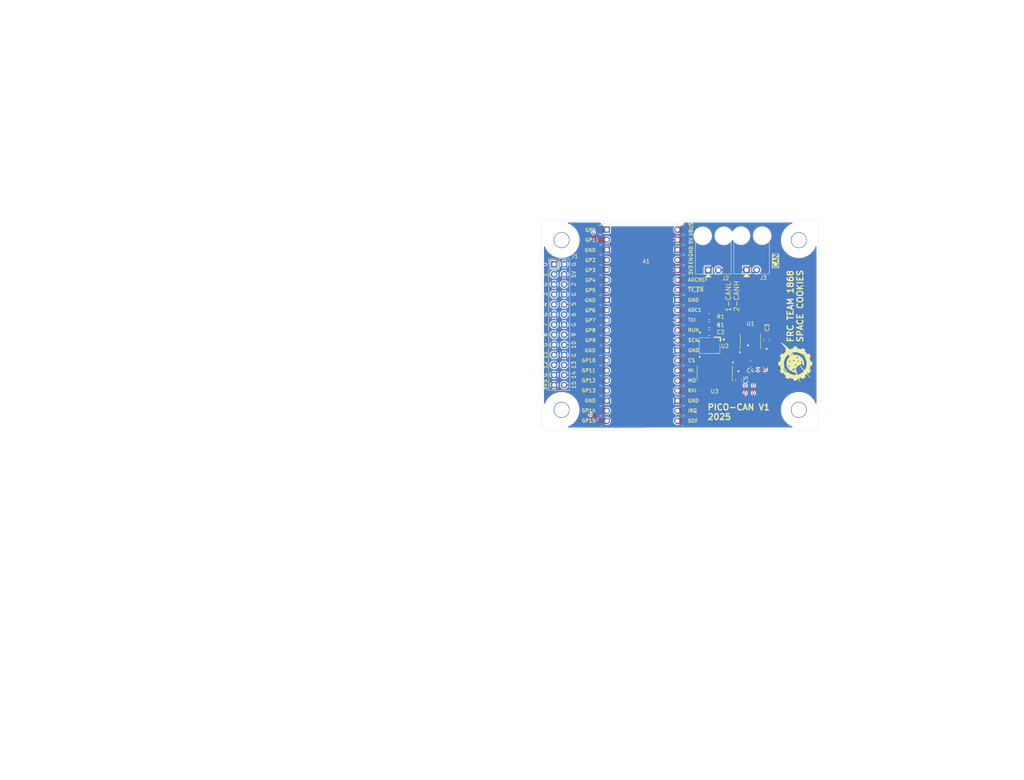
<source format=kicad_pcb>
(kicad_pcb (version 20241229) (generator "pcbnew") (generator_version "9.0")
  (title_block (title "Pico CAN-FD Adapter") (date "2025-06-07") (rev "1.0") (company "1868 SPACE COOKIES"))
  (layers (0 "F.Cu" signal) (2 "B.Cu" signal) (13 "F.Paste" user) (15 "B.Paste" user) (5 "F.SilkS" user "F.Silkscreen") (7 "B.SilkS" user "B.Silkscreen") (1 "F.Mask" user) (3 "B.Mask" user) (25 "Edge.Cuts" user))
  (net 0 "")
  (net 1 "/SPI0_SCK")
  (net 2 "Net-(A1-RUN)")
  (net 3 "GND")
  (net 4 "/~{CAN_TX_IRQ}")
  (net 5 "/GPIO2")
  (net 6 "/GPIO8")
  (net 7 "/GPIO1")
  (net 8 "/GPIO14")
  (net 9 "/GPIO6")
  (net 11 "/GPIO10")
  (net 12 "/GPIO11")
  (net 13 "/GPIO7")
  (net 14 "/GPIO3")
  (net 15 "/GPIO4")
  (net 16 "/XCVR_STBY")
  (net 17 "/SPI0_MISO")
  (net 18 "/GPIO9")
  (net 19 "/GPIO5")
  (net 21 "/START_OF_FRAME")
  (net 22 "+3V3")
  (net 23 "/GPIO0")
  (net 24 "/~{SPI0_CS}")
  (net 25 "+5V")
  (net 26 "/SPI0_MOSI")
  (net 29 "/~{CAN_IRQ}")
  (net 30 "/~{CAN_RX_IRQ}")
  (net 31 "/CAN_L")
  (net 32 "/CAN_H")
  (net 33 "/CANTX")
  (net 34 "/CANRX")
  (net 36 "/GPIO13")
  (net 37 "/GPIO12")
  (net 38 "/GPIO15")
  (net 39 "Net-(U2-OUT)")
  (footprint "Capacitor_SMD:C_0805_2012Metric_Pad1.18x1.45mm_HandSolder" (layer "F.Cu") (at 210.3042 131.445 180)
    (property "Reference" "C2")
    (property "Value" "0.1uF-25V-10%-0805")
  )
  (footprint "Pico-CAN:ECS-5032MV" (layer "F.Cu") (at 210.4152 134.6946 180)
    (property "Reference" "U2")
    (property "Value" "4.0 MHz")
  )
  (footprint "MountingHole:MountingHole_3.7mm" (layer "F.Cu") (at 232.92 150.92)
    (property "Reference" "H4" (hide yes))
    (property "Value" "MountingHole")
  )
  (footprint "Pico-CAN:70555-0001" (layer "F.Cu") (at 221 115.5935 90)
    (property "Reference" "J3")
    (property "Value" "CAN1")
  )
  (footprint "MountingHole:MountingHole_3.7mm" (layer "F.Cu") (at 173.08 150.92)
    (property "Reference" "H3" (hide yes))
    (property "Value" "MountingHole")
  )
  (footprint "MountingHole:MountingHole_3.7mm" (layer "F.Cu") (at 232.92 108.08)
    (property "Reference" "H2" (hide yes))
    (property "Value" "MountingHole")
  )
  (footprint "Pico-CAN:SpaceCookiesLogo-10mm" (layer "F.Cu") (at 232.029 138.938 90)
    (property "Reference" "G***" (hide yes))
    (property "Value" "LOGO" (hide yes))
  )
  (footprint "Capacitor_SMD:C_0805_2012Metric_Pad1.18x1.45mm_HandSolder" (layer "F.Cu") (at 224.79 133.223 -90)
    (property "Reference" "C3")
    (property "Value" "0.1uF-25V-10%-0805")
  )
  (footprint "Resistor_SMD:R_0805_2012Metric_Pad1.20x1.40mm_HandSolder" (layer "F.Cu") (at 210.3042 127.381 180)
    (property "Reference" "R1")
    (property "Value" "1.50k-1%-0805")
  )
  (footprint "Package_SO:SO-14_3.9x8.65mm_P1.27mm" (layer "F.Cu") (at 211.6975 141.69 -90)
    (property "Reference" "U3")
    (property "Value" "MCP2518FDT-H/SL")
  )
  (footprint "MountingHole:MountingHole_3.7mm" (layer "F.Cu") (at 173.08 108.08)
    (property "Reference" "H1" (hide yes))
    (property "Value" "MountingHole")
  )
  (footprint "Capacitor_SMD:C_0805_2012Metric_Pad1.18x1.45mm_HandSolder" (layer "F.Cu") (at 220.726 139.3698 180)
    (property "Reference" "C4")
    (property "Value" "0.1uF-25V-10%-0805")
  )
  (footprint "Pico-CAN:70555-0001" (layer "F.Cu") (at 211.33 115.64 90)
    (property "Reference" "J2")
    (property "Value" "CAN1")
  )
  (footprint "Package_SO:SO-8_3.9x4.9mm_P1.27mm" (layer "F.Cu") (at 220.6975 133.69 90)
    (property "Reference" "U1")
    (property "Value" "MCP2558FD")
  )
  (footprint "Capacitor_SMD:C_0805_2012Metric_Pad1.18x1.45mm_HandSolder" (layer "F.Cu") (at 217.7034 143.4338 90)
    (property "Reference" "C5")
    (property "Value" "0.1uF-25V-10%-0805")
  )
  (footprint "Capacitor_SMD:C_0805_2012Metric_Pad1.18x1.45mm_HandSolder" (layer "F.Cu") (at 210.3042 129.413)
    (property "Reference" "C1")
    (property "Value" "0.1uF-25V-10%-0805")
  )
  (footprint "Module:RaspberryPi_Pico_Common_Unspecified" (layer "F.Cu") (at 193.39 129.57)
    (property "Reference" "A1")
    (property "Value" "RaspberryPi_Pico2")
  )
  (footprint "Connector_PinHeader_2.54mm:PinHeader_2x13_P2.54mm_Vertical" (layer "F.Cu") (at 171.196 114.173)
    (property "Reference" "J1")
    (property "Value" "Expansion")
  )
  (gr_poly (pts (xy 213.5632 133.1468) (xy 214.1728 132.8928) (xy 214.1728 133.4008)) (stroke (width 0.1)) (fill yes) (layer "F.SilkS"))
  (gr_line (start 183.219252 103.191306) (end 183.785348 103.770894) (stroke (width 0.05)) (layer "Edge.Cuts"))
  (gr_line (start 203.131987 103.776213) (end 203.722213 103.185987) (stroke (width 0.05)) (layer "Edge.Cuts"))
  (gr_arc (start 169.27 156) (mid 168.371974 155.628026) (end 168 154.73) (stroke (width 0.05)) (layer "Edge.Cuts"))
  (gr_line (start 169.27 103) (end 182.764983 103) (stroke (width 0.05)) (layer "Edge.Cuts"))
  (gr_line (start 169.27 156) (end 236.73 156) (stroke (width 0.05)) (layer "Edge.Cuts"))
  (gr_arc (start 236.73 103) (mid 237.628026 103.371974) (end 238 104.27) (stroke (width 0.05)) (layer "Edge.Cuts"))
  (gr_line (start 168 104.27) (end 168 154.73) (stroke (width 0.05)) (layer "Edge.Cuts"))
  (gr_arc (start 168 104.27) (mid 168.371974 103.371974) (end 169.27 103) (stroke (width 0.05)) (layer "Edge.Cuts"))
  (gr_line (start 238 104.27) (end 238 154.73) (stroke (width 0.05)) (layer "Edge.Cuts"))
  (gr_arc (start 203.722213 103.185987) (mid 203.928222 103.048336) (end 204.171226 103) (stroke (width 0.05)) (layer "Edge.Cuts"))
  (gr_line (start 184.239617 103.9622) (end 202.682974 103.9622) (stroke (width 0.05)) (layer "Edge.Cuts"))
  (gr_arc (start 238 154.73) (mid 237.628026 155.628026) (end 236.73 156) (stroke (width 0.05)) (layer "Edge.Cuts"))
  (gr_arc (start 182.764983 103) (mid 183.011441 103.049772) (end 183.219252 103.191306) (stroke (width 0.05)) (layer "Edge.Cuts"))
  (gr_line (start 204.171226 103) (end 236.73 103) (stroke (width 0.05)) (layer "Edge.Cuts"))
  (gr_arc (start 184.239617 103.9622) (mid 183.993159 103.912428) (end 183.785348 103.770894) (stroke (width 0.05)) (layer "Edge.Cuts"))
  (gr_arc (start 203.131987 103.776213) (mid 202.925978 103.913864) (end 202.682974 103.9622) (stroke (width 0.05)) (layer "Edge.Cuts"))
  (gr_text "GND" (at 205.6892 110.9472 90) (layer "F.SilkS") (effects (font (size 0.889 0.889) (thickness 0.15875))))
  (gr_text "CS" (at 205.862767 138.431954 0) (layer "F.SilkS") (effects (font (size 0.889 0.889) (thickness 0.15875))))
  (gr_text "TXI" (at 204.845709 128.256323 0) (layer "F.SilkS") (effects (font (size 0.889 0.889) (thickness 0.15875)) (justify left)))
  (gr_text "EN" (at 205.6892 113.3094 90) (layer "F.SilkS") (effects (font (size 0.889 0.889) (thickness 0.15875))))
  (gr_text "5V" (at 176.149 116.713 90) (layer "F.SilkS") (effects (font (size 1.016 1.016) (thickness 0.15875))))
  (gr_text "GP2" (at 181.745467 113.132937 0) (layer "F.SilkS") (effects (font (size 0.889 0.889) (thickness 0.15875)) (justify right)))
  (gr_text "8" (at 168.9608 131.953 90) (layer "F.SilkS") (effects (font (size 1.016 1.016) (thickness 0.15875))))
  (gr_text "SCK" (at 206.307267 133.344138 0) (layer "F.SilkS") (effects (font (size 0.889 0.889) (thickness 0.15875))))
  (gr_text "MI" (at 205.7146 140.975862 0) (layer "F.SilkS") (effects (font (size 0.889 0.889) (thickness 0.15875))))
  (gr_text "GP9" (at 181.745467 133.388768 0) (layer "F.SilkS") (effects (font (size 0.889 0.889) (thickness 0.15875)) (justify right)))
  (gr_text "GP0" (at 181.745467 105.537 0) (layer "F.SilkS") (effects (font (size 0.889 0.889) (thickness 0.15875)) (justify right)))
  (gr_text "MO" (at 205.9686 143.519769 0) (layer "F.SilkS") (effects (font (size 0.889 0.889) (thickness 0.15875))))
  (gr_text "FRC TEAM 1868\nSPACE COOKIES" (at 234.127671 133.985 90) (layer "F.SilkS") (effects (font (size 1.524 1.524) (thickness 0.3048) (bold yes)) (justify left bottom)))
  (gr_text "~{TX_EN}" (at 204.845709 120.6246 0) (layer "F.SilkS") (effects (font (size 0.889 0.889) (thickness 0.15875)) (justify left)))
  (gr_text "G" (at 176.149 137.16 90) (layer "F.SilkS") (effects (font (size 1.016 1.016) (thickness 0.15875))))
  (gr_text "GP6" (at 181.745467 125.792832 0) (layer "F.SilkS") (effects (font (size 0.889 0.889) (thickness 0.15875)) (justify right)))
  (gr_text "12" (at 168.9608 139.573 90) (layer "F.SilkS") (effects (font (size 1.016 1.016) (thickness 0.15875))))
  (gr_text "4" (at 168.9608 124.333 90) (layer "F.SilkS") (effects (font (size 1.016 1.016) (thickness 0.15875))))
  (gr_text "G" (at 168.9608 126.873 90) (layer "F.SilkS") (effects (font (size 1.016 1.016) (thickness 0.15875))))
  (gr_text "GP15" (at 181.745467 153.6446 0) (layer "F.SilkS") (effects (font (size 0.889 0.889) (thickness 0.15875)) (justify right)))
  (gr_text "GP1" (at 181.745467 108.068979 0) (layer "F.SilkS") (effects (font (size 0.889 0.889) (thickness 0.15875)) (justify right)))
  (gr_text "3V3" (at 168.9608 144.653 90) (layer "F.SilkS") (effects (font (size 1.016 1.016) (thickness 0.15875))))
  (gr_text "GND" (at 181.745467 123.260853 0) (layer "F.SilkS") (effects (font (size 0.889 0.889) (thickness 0.15875)) (justify right)))
  (gr_text "2" (at 176.149 119.253 90) (layer "F.SilkS") (effects (font (size 1.016 1.016) (thickness 0.15875))))
  (gr_text "G" (at 176.149 114.173 90) (layer "F.SilkS") (effects (font (size 1.016 1.016) (thickness 0.15875))))
  (gr_text "GP7" (at 181.745467 128.324811 0) (layer "F.SilkS") (effects (font (size 0.889 0.889) (thickness 0.15875)) (justify right)))
  (gr_text "GP11" (at 181.745467 140.984705 0) (layer "F.SilkS") (effects (font (size 0.889 0.889) (thickness 0.15875)) (justify right)))
  (gr_text "GP14" (at 181.745467 151.112621 0) (layer "F.SilkS") (effects (font (size 0.889 0.889) (thickness 0.15875)) (justify right)))
  (gr_text "G" (at 168.9608 134.493 90) (layer "F.SilkS") (effects (font (size 1.016 1.016) (thickness 0.15875))))
  (gr_text "13" (at 176.149 139.573 90) (layer "F.SilkS") (effects (font (size 1.016 1.016) (thickness 0.15875))))
  (gr_text "3V3" (at 205.6892 115.6716 90) (layer "F.SilkS") (effects (font (size 0.889 0.889) (thickness 0.15875))))
  (gr_text "11" (at 168.9608 137.033 90) (layer "F.SilkS") (effects (font (size 1.016 1.016) (thickness 0.15875))))
  (gr_text "G" (at 168.9608 142.113 90) (layer "F.SilkS") (effects (font (size 1.016 1.016) (thickness 0.15875))))
  (gr_text "GND" (at 204.845709 148.607585 0) (layer "F.SilkS") (effects (font (size 0.889 0.889) (thickness 0.15875)) (justify left)))
  (gr_text "GND" (at 206.3496 135.888046 0) (layer "F.SilkS") (effects (font (size 0.889 0.889) (thickness 0.15875))))
  (gr_text "5V" (at 205.6892 108.2548 90) (layer "F.SilkS") (effects (font (size 0.889 0.889) (thickness 0.15875))))
  (gr_text "7" (at 168.9608 129.413 90) (layer "F.SilkS") (effects (font (size 1.016 1.016) (thickness 0.15875))))
  (gr_text "ADCREF" (at 204.845709 118.11 0) (layer "F.SilkS") (effects (font (size 0.889 0.889) (thickness 0.15875)) (justify left)))
  (gr_text "RUN" (at 204.845709 130.800231 0) (layer "F.SilkS") (effects (font (size 0.889 0.889) (thickness 0.15875)) (justify left)))
  (gr_text "GP10" (at 181.745467 138.452726 0) (layer "F.SilkS") (effects (font (size 0.889 0.889) (thickness 0.15875)) (justify right)))
  (gr_text "RXI" (at 204.845709 146.063677 0) (layer "F.SilkS") (effects (font (size 0.889 0.889) (thickness 0.15875)) (justify left)))
  (gr_text "3" (at 168.9608 121.7676 90) (layer "F.SilkS") (effects (font (size 1.016 1.016) (thickness 0.15875))))
  (gr_text "SOF" (at 204.845709 153.6954 0) (layer "F.SilkS") (effects (font (size 0.889 0.889) (thickness 0.15875)) (justify left)))
  (gr_text "IRQ" (at 204.845709 151.151492 0) (layer "F.SilkS") (effects (font (size 0.889 0.889) (thickness 0.15875)) (justify left)))
  (gr_text "G" (at 176.148999 121.793 90) (layer "F.SilkS") (effects (font (size 1.016 1.016) (thickness 0.15875))))
  (gr_text "VBUS" (at 205.6892 105.2576 90) (layer "F.SilkS") (effects (font (size 0.889 0.889) (thickness 0.15875))))
  (gr_text "GND" (at 204.845709 123.168508 0) (layer "F.SilkS") (effects (font (size 0.889 0.889) (thickness 0.15875)) (justify left)))
  (gr_text "14" (at 176.149 142.113 90) (layer "F.SilkS") (effects (font (size 1.016 1.016) (thickness 0.15875))))
  (gr_text "GP5" (at 181.745467 120.728874 0) (layer "F.SilkS") (effects (font (size 0.889 0.889) (thickness 0.15875)) (justify right)))
  (gr_text "9" (at 176.149 131.953 90) (layer "F.SilkS") (effects (font (size 1.016 1.016) (thickness 0.15875))))
  (gr_text "0" (at 168.9608 114.2238 90) (layer "F.SilkS") (effects (font (size 1.016 1.016) (thickness 0.15875))))
  (gr_text "GND" (at 181.745467 148.580642 0) (layer "F.SilkS") (effects (font (size 0.889 0.889) (thickness 0.15875)) (justify right)))
  (gr_text "GND" (at 181.745467 110.600958 0) (layer "F.SilkS") (effects (font (size 0.889 0.889) (thickness 0.15875)) (justify right)))
  (gr_text "1" (at 168.9608 116.7892 90) (layer "F.SilkS") (effects (font (size 1.016 1.016) (thickness 0.15875))))
  (gr_text "GND" (at 181.745467 135.920747 0) (layer "F.SilkS") (effects (font (size 0.889 0.889) (thickness 0.15875)) (justify right)))
  (gr_text "GP8" (at 181.745467 130.856789 0) (layer "F.SilkS") (effects (font (size 0.889 0.889) (thickness 0.15875)) (justify right)))
  (gr_text "GP3" (at 181.745467 115.664916 0) (layer "F.SilkS") (effects (font (size 0.889 0.889) (thickness 0.15875)) (justify right)))
  (gr_text "ADC1" (at 204.845709 125.712415 0) (layer "F.SilkS") (effects (font (size 0.889 0.889) (thickness 0.15875)) (justify left)))
  (gr_text "15" (at 176.149 144.653 90) (layer "F.SilkS") (effects (font (size 1.016 1.016) (thickness 0.15875))))
  (gr_text "5" (at 176.149 124.206 90) (layer "F.SilkS") (effects (font (size 1.016 1.016) (thickness 0.15875))))
  (gr_text "G" (at 176.149 129.413 90) (layer "F.SilkS") (effects (font (size 1.016 1.016) (thickness 0.15875))))
  (gr_text "GP4" (at 181.745467 118.196895 0) (layer "F.SilkS") (effects (font (size 0.889 0.889) (thickness 0.15875)) (justify right)))
  (gr_text "PICO-CAN V1\n2025" (at 209.7532 153.5938 0) (layer "F.SilkS") (effects (font (size 1.524 1.524) (thickness 0.3048) (bold yes)) (justify left bottom)))
  (gr_text "GP13" (at 181.745467 146.048663 0) (layer "F.SilkS") (effects (font (size 0.889 0.889) (thickness 0.15875)) (justify right)))
  (gr_text "GP12" (at 181.745467 143.516684 0) (layer "F.SilkS") (effects (font (size 0.889 0.889) (thickness 0.15875)) (justify right)))
  (gr_text "1-CANL\n2-CANH" (at 217.932 126.238 90) (layer "F.SilkS") (effects (font (size 1.27 1.27) (thickness 0.15875)) (justify left bottom)))
  (gr_text "10" (at 176.149 134.493 90) (layer "F.SilkS") (effects (font (size 1.016 1.016) (thickness 0.15875))))
  (gr_text "CAN" (at 227.838 115.2652 90) (layer "F.SilkS" knockout) (effects (font (size 1.27 1.27) (thickness 0.254) (bold yes)) (justify left bottom)))
  (gr_text "6" (at 176.149 126.873 90) (layer "F.SilkS") (effects (font (size 1.016 1.016) (thickness 0.15875))))
  (gr_text "G" (at 168.9608 119.253 90) (layer "F.SilkS") (effects (font (size 1.016 1.016) (thickness 0.15875))))
  (segment (start 207.058718 142.4706) (end 204.731118 144.7982) (width 0.3048) (layer "F.Cu") (net 1))
  (segment (start 210.4275 144.165) (end 210.4275 142.8889) (width 0.3048) (layer "F.Cu") (net 1))
  (segment (start 200.6854 144.018) (end 200.6854 133.7564) (width 0.3048) (layer "F.Cu") (net 1))
  (segment (start 201.0618 133.38) (end 202.28 133.38) (width 0.3048) (layer "F.Cu") (net 1))
  (segment (start 201.4656 144.7982) (end 200.6854 144.018) (width 0.3048) (layer "F.Cu") (net 1))
  (segment (start 204.731118 144.7982) (end 201.4656 144.7982) (width 0.3048) (layer "F.Cu") (net 1))
  (segment (start 210.4275 142.8889) (end 210.0092 142.4706) (width 0.3048) (layer "F.Cu") (net 1))
  (segment (start 200.6854 133.7564) (end 201.0618 133.38) (width 0.3048) (layer "F.Cu") (net 1))
  (segment (start 210.0092 142.4706) (end 207.058718 142.4706) (width 0.3048) (layer "F.Cu") (net 1))
  (segment (start 208.1784 127.381) (end 209.3042 127.381) (width 0.381) (layer "F.Cu") (net 2))
  (segment (start 207.645 129.413) (end 207.645 127.9144) (width 0.381) (layer "F.Cu") (net 2))
  (segment (start 207.645 127.9144) (end 208.1784 127.381) (width 0.381) (layer "F.Cu") (net 2))
  (segment (start 207.645 129.413) (end 209.2667 129.413) (width 0.381) (layer "F.Cu") (net 2))
  (segment (start 203.08 130.84) (end 205.6592 130.84) (width 0.381) (layer "F.Cu") (net 2))
  (segment (start 205.6592 130.84) (end 207.0862 129.413) (width 0.381) (layer "F.Cu") (net 2))
  (segment (start 207.0862 129.413) (end 207.645 129.413) (width 0.381) (layer "F.Cu") (net 2))
  (segment (start 220.0625 134.6485) (end 220.0656 134.6454) (width 0.381) (layer "F.Cu") (net 3))
  (segment (start 207.6704 133.604) (end 207.6704 137.287) (width 0.381) (layer "F.Cu") (net 3))
  (segment (start 209.2667 131.445) (end 209.2667 132.4141) (width 0.381) (layer "F.Cu") (net 3))
  (segment (start 220.0625 136.265) (end 220.0625 134.6485) (width 0.381) (layer "F.Cu") (net 3))
  (segment (start 207.6782 133.5962) (end 207.6704 133.604) (width 0.381) (layer "F.Cu") (net 3))
  (segment (start 220.0625 137.7981) (end 220.0625 136.265) (width 0.381) (layer "F.Cu") (net 3))
  (segment (start 209.2667 132.4141) (end 209.1436 132.5372) (width 0.381) (layer "F.Cu") (net 3))
  (segment (start 212.6996 129.413) (end 212.7758 129.4892) (width 0.381) (layer "F.Cu") (net 3))
  (segment (start 209.1436 132.842) (end 209.1452 132.8436) (width 0.381) (layer "F.Cu") (net 3))
  (segment (start 207.8875 139.215) (end 207.8875 137.5271) (width 0.381) (layer "F.Cu") (net 3))
  (segment (start 217.7034 141.1732) (end 217.7034 142.0661) (width 0.381) (layer "F.Cu") (net 3))
  (segment (start 209.2667 131.445) (end 208.0514 131.445) (width 0.381) (layer "F.Cu") (net 3))
  (segment (start 208.0514 131.445) (end 208.026 131.4196) (width 0.381) (layer "F.Cu") (net 3))
  (segment (start 211.3417 129.413) (end 212.6996 129.413) (width 0.381) (layer "F.Cu") (net 3))
  (segment (start 219.6885 138.1721) (end 220.0625 137.7981) (width 0.381) (layer "F.Cu") (net 3))
  (segment (start 224.79 134.2605) (end 224.79 135.509) (width 0.381) (layer "F.Cu") (net 3))
  (segment (start 209.1452 132.8436) (end 209.1452 133.5946) (width 0.381) (layer "F.Cu") (net 3))
  (segment (start 207.8875 137.5271) (end 207.899 137.5156) (width 0.381) (layer "F.Cu") (net 3))
  (segment (start 207.6704 137.287) (end 207.899 137.5156) (width 0.381) (layer "F.Cu") (net 3))
  (segment (start 209.1436 132.5372) (end 209.1436 132.842) (width 0.381) (layer "F.Cu") (net 3))
  (segment (start 209.042 133.5962) (end 207.6782 133.5962) (width 0.381) (layer "F.Cu") (net 3))
  (segment (start 219.6885 139.3698) (end 219.6885 138.1721) (width 0.381) (layer "F.Cu") (net 3))
  (segment (start 209.1612 131.5505) (end 209.2667 131.445) (width 0.3048) (layer "F.Cu") (net 3))
  (via (at 220.0656 134.6454) (size 0.762) (drill 0.4572) (layers "F.Cu" "B.Cu") (net 3))
  (via (at 224.79 135.509) (size 0.762) (drill 0.4572) (layers "F.Cu" "B.Cu") (net 3))
  (via (at 207.899 137.5156) (size 0.762) (drill 0.4572) (layers "F.Cu" "B.Cu") (net 3))
  (via (at 207.6704 133.604) (size 0.762) (drill 0.4572) (layers "F.Cu" "B.Cu") (net 3))
  (via (at 212.7758 129.4892) (size 0.762) (drill 0.4572) (layers "F.Cu" "B.Cu") (net 3))
  (via (at 208.026 131.4196) (size 0.762) (drill 0.4572) (layers "F.Cu" "B.Cu") (net 3))
  (via (at 217.7034 141.1732) (size 0.762) (drill 0.4572) (layers "F.Cu" "B.Cu") (net 3))
  (segment (start 201.5672 147.3382) (end 197.7898 143.5608) (width 0.3048) (layer "F.Cu") (net 4))
  (segment (start 199.4662 128.2954) (end 199.4708 128.3) (width 0.3048) (layer "F.Cu") (net 4))
  (segment (start 209.1575 144.165) (end 209.1575 145.705818) (width 0.3048) (layer "F.Cu") (net 4))
  (segment (start 197.7898 129.9718) (end 199.4662 128.2954) (width 0.3048) (layer "F.Cu") (net 4))
  (segment (start 209.1575 145.705818) (end 207.525118 147.3382) (width 0.3048) (layer "F.Cu") (net 4))
  (segment (start 199.4708 128.3) (end 202.28 128.3) (width 0.3048) (layer "F.Cu") (net 4))
  (segment (start 197.7898 143.5608) (end 197.7898 129.9718) (width 0.3048) (layer "F.Cu") (net 4))
  (segment (start 207.525118 147.3382) (end 201.5672 147.3382) (width 0.3048) (layer "F.Cu") (net 4))
  (segment (start 181.58 113.06) (end 175.387 119.253) (width 0.3048) (layer "F.Cu") (net 5))
  (segment (start 175.387 119.253) (end 173.736 119.253) (width 0.3048) (layer "F.Cu") (net 5))
  (segment (start 184.5 113.06) (end 181.58 113.06) (width 0.3048) (layer "F.Cu") (net 5))
  (segment (start 183.5556 130.6956) (end 172.4534 130.6956) (width 0.3048) (layer "F.Cu") (net 6))
  (segment (start 172.4534 130.6956) (end 171.196 131.953) (width 0.3048) (layer "F.Cu") (net 6))
  (segment (start 183.7 130.84) (end 183.5556 130.6956) (width 0.3048) (layer "F.Cu") (net 6))
  (segment (start 172.4534 115.4556) (end 171.196 116.713) (width 0.3048) (layer "F.Cu") (net 7))
  (segment (start 175.3362 114.5032) (end 174.3838 115.4556) (width 0.3048) (layer "F.Cu") (net 7))
  (segment (start 181.102 106.2274) (end 179.5028 107.8266) (width 0.3048) (layer "F.Cu") (net 7))
  (segment (start 174.3838 115.4556) (end 172.4534 115.4556) (width 0.3048) (layer "F.Cu") (net 7))
  (segment (start 175.3362 113.364476) (end 175.3362 114.5032) (width 0.3048) (layer "F.Cu") (net 7))
  (segment (start 179.5028 107.8266) (end 179.5028 109.197877) (width 0.3048) (layer "F.Cu") (net 7))
  (segment (start 179.5028 109.197877) (end 175.3362 113.364476) (width 0.3048) (layer "F.Cu") (net 7))
  (via (at 181.102 106.2274) (size 0.762) (drill 0.4572) (layers "F.Cu" "B.Cu") (net 7))
  (segment (start 181.248214 107.461214) (end 181.767 107.98) (width 0.3048) (layer "B.Cu") (net 7))
  (segment (start 181.767 107.98) (end 184.5 107.98) (width 0.3048) (layer "B.Cu") (net 7))
  (segment (start 181.248214 106.373614) (end 181.248214 107.461214) (width 0.3048) (layer "B.Cu") (net 7))
  (segment (start 181.102 106.2274) (end 181.248214 106.373614) (width 0.3048) (layer "B.Cu") (net 7))
  (segment (start 181.5592 147.2692) (end 176.403 142.113) (width 0.3048) (layer "F.Cu") (net 8))
  (segment (start 182.9608 151.16) (end 181.5592 149.7584) (width 0.3048) (layer "F.Cu") (net 8))
  (segment (start 181.5592 149.7584) (end 181.5592 147.2692) (width 0.3048) (layer "F.Cu") (net 8))
  (segment (start 184.5 151.16) (end 182.9608 151.16) (width 0.3048) (layer "F.Cu") (net 8))
  (segment (start 176.403 142.113) (end 173.736 142.113) (width 0.3048) (layer "F.Cu") (net 8))
  (segment (start 174.849 125.76) (end 173.736 126.873) (width 0.3048) (layer "F.Cu") (net 9))
  (segment (start 184.5 125.76) (end 174.849 125.76) (width 0.3048) (layer "F.Cu") (net 9))
  (segment (start 183.7 138.46) (end 179.608 138.46) (width 0.3048) (layer "F.Cu") (net 11))
  (segment (start 179.608 138.46) (end 175.641 134.493) (width 0.3048) (layer "F.Cu") (net 11))
  (segment (start 175.641 134.493) (end 173.736 134.493) (width 0.3048) (layer "F.Cu") (net 11))
  (segment (start 175.0186 135.7756) (end 180.243 141) (width 0.3048) (layer "F.Cu") (net 12))
  (segment (start 180.243 141) (end 183.7 141) (width 0.3048) (layer "F.Cu") (net 12))
  (segment (start 172.4534 135.7756) (end 175.0186 135.7756) (width 0.3048) (layer "F.Cu") (net 12))
  (segment (start 171.196 137.033) (end 172.4534 135.7756) (width 0.3048) (layer "F.Cu") (net 12))
  (segment (start 181.495438 128.143) (end 181.652438 128.3) (width 0.3048) (layer "F.Cu") (net 13))
  (segment (start 172.466 128.143) (end 173.202567 128.143) (width 0.3048) (layer "F.Cu") (net 13))
  (segment (start 171.196 129.413) (end 172.466 128.143) (width 0.3048) (layer "F.Cu") (net 13))
  (segment (start 174.8916 128.143) (end 181.495438 128.143) (width 0.3048) (layer "F.Cu") (net 13))
  (segment (start 181.652438 128.3) (end 184.5 128.3) (width 0.3048) (layer "F.Cu") (net 13))
  (segment (start 173.215167 128.1304) (end 174.879 128.1304) (width 0.3048) (layer "F.Cu") (net 13))
  (segment (start 173.202567 128.143) (end 173.215167 128.1304) (width 0.3048) (layer "F.Cu") (net 13))
  (segment (start 174.879 128.1304) (end 174.8916 128.143) (width 0.3048) (layer "F.Cu") (net 13))
  (segment (start 175.7554 120.5356) (end 180.691 115.6) (width 0.3048) (layer "F.Cu") (net 14))
  (segment (start 172.4534 120.5356) (end 175.7554 120.5356) (width 0.3048) (layer "F.Cu") (net 14))
  (segment (start 180.691 115.6) (end 183.7 115.6) (width 0.3048) (layer "F.Cu") (net 14))
  (segment (start 171.196 121.793) (end 172.4534 120.5356) (width 0.3048) (layer "F.Cu") (net 14))
  (segment (start 172.4534 123.0756) (end 171.196 124.333) (width 0.3048) (layer "F.Cu") (net 15))
  (segment (start 183.7 118.14) (end 179.929 118.14) (width 0.3048) (layer "F.Cu") (net 15))
  (segment (start 179.929 118.14) (end 174.9934 123.0756) (width 0.3048) (layer "F.Cu") (net 15))
  (segment (start 174.9934 123.0756) (end 172.4534 123.0756) (width 0.3048) (layer "F.Cu") (net 15))
  (segment (start 203.08 120.68) (end 203.1008 120.7008) (width 0.3048) (layer "F.Cu") (net 16))
  (segment (start 209.298592 122.8852) (end 212.7504 122.8852) (width 0.3048) (layer "F.Cu") (net 16))
  (segment (start 207.114192 120.7008) (end 209.298592 122.8852) (width 0.3048) (layer "F.Cu") (net 16))
  (segment (start 203.1008 120.7008) (end 207.114192 120.7008) (width 0.3048) (layer "F.Cu") (net 16))
  (segment (start 218.7925 128.9273) (end 218.7925 131.115) (width 0.3048) (layer "F.Cu") (net 16))
  (segment (start 212.7504 122.8852) (end 218.7925 128.9273) (width 0.3048) (layer "F.Cu") (net 16))
  (segment (start 211.233747 141.6314) (end 211.2528 141.6314) (width 0.3048) (layer "F.Cu") (net 17))
  (segment (start 212.9675 142.6857) (end 212.9675 144.165) (width 0.3048) (layer "F.Cu") (net 17))
  (segment (start 210.953347 141.351) (end 211.233747 141.6314) (width 0.3048) (layer "F.Cu") (net 17))
  (segment (start 205.2874 141) (end 205.6384 141.351) (width 0.3048) (layer "F.Cu") (net 17))
  (segment (start 212.8012 142.5194) (end 212.9675 142.6857) (width 0.3048) (layer "F.Cu") (net 17))
  (segment (start 211.2528 141.6314) (end 212.1408 142.5194) (width 0.3048) (layer "F.Cu") (net 17))
  (segment (start 205.6384 141.351) (end 210.953347 141.351) (width 0.3048) (layer "F.Cu") (net 17))
  (segment (start 203.08 141) (end 205.2874 141) (width 0.3048) (layer "F.Cu") (net 17))
  (segment (start 212.1408 142.5194) (end 212.8012 142.5194) (width 0.3048) (layer "F.Cu") (net 17))
  (segment (start 183.7 133.38) (end 176.941 133.38) (width 0.3048) (layer "F.Cu") (net 18))
  (segment (start 176.941 133.38) (end 175.514 131.953) (width 0.3048) (layer "F.Cu") (net 18))
  (segment (start 175.514 131.953) (end 173.736 131.953) (width 0.3048) (layer "F.Cu") (net 18))
  (segment (start 179.04 120.68) (end 175.387 124.333) (width 0.3048) (layer "F.Cu") (net 19))
  (segment (start 183.7 120.68) (end 179.04 120.68) (width 0.3048) (layer "F.Cu") (net 19))
  (segment (start 175.387 124.333) (end 173.736 124.333) (width 0.3048) (layer "F.Cu") (net 19))
  (segment (start 221.4372 142.9512) (end 218.2622 139.7762) (width 0.3048) (layer "F.Cu") (net 21))
  (segment (start 215.264676 153.7) (end 202.28 153.7) (width 0.3048) (layer "F.Cu") (net 21))
  (segment (start 221.4626 146.6723) (end 221.4626 147.502076) (width 0.3048) (layer "F.Cu") (net 21))
  (segment (start 216.789 139.7762) (end 215.9254 140.6398) (width 0.3048) (layer "F.Cu") (net 21))
  (segment (start 221.4626 146.6723) (end 221.2721 146.6723) (width 0.3048) (layer "F.Cu") (net 21))
  (segment (start 215.9254 140.6398) (end 213.0552 140.6398) (width 0.3048) (layer "F.Cu") (net 21))
  (segment (start 221.4626 147.502076) (end 215.264676 153.7) (width 0.3048) (layer "F.Cu") (net 21))
  (segment (start 218.2622 139.7762) (end 216.789 139.7762) (width 0.3048) (layer "F.Cu") (net 21))
  (segment (start 212.9675 140.5521) (end 212.9675 139.215) (width 0.3048) (layer "F.Cu") (net 21))
  (segment (start 213.0552 140.6398) (end 212.9675 140.5521) (width 0.3048) (layer "F.Cu") (net 21))
  (segment (start 221.3229 144.7673) (end 221.4372 144.653) (width 0.3048) (layer "F.Cu") (net 21))
  (segment (start 221.4372 144.653) (end 221.4372 142.9512) (width 0.3048) (layer "F.Cu") (net 21))
  (segment (start 221.4626 144.7673) (end 221.3229 144.7673) (width 0.3048) (layer "F.Cu") (net 21))
  (via (at 221.4626 144.7673) (size 0.762) (drill 0.4572) (layers "F.Cu" "B.Cu") (net 21))
  (via (at 221.4626 146.6723) (size 0.762) (drill 0.4572) (layers "F.Cu" "B.Cu") (net 21))
  (segment (start 221.4626 144.7673) (end 221.4626 146.6723) (width 0.3048) (layer "B.Cu") (net 21))
  (segment (start 213.9581 127.381) (end 215.1888 128.6117) (width 0.635) (layer "F.Cu") (net 22))
  (segment (start 226.9744 115.3414) (end 223.647 112.014) (width 0.635) (layer "F.Cu") (net 22))
  (segment (start 223.6978 131.1402) (end 223.481428 131.356572) (width 0.635) (layer "F.Cu") (net 22))
  (segment (start 226.949 131.1656) (end 226.949 135.7884) (width 0.635) (layer "F.Cu") (net 22))
  (segment (start 215.7984 145.7198) (end 215.5075 145.4289) (width 0.381) (layer "F.Cu") (net 22))
  (segment (start 223.6726 131.115) (end 223.6978 131.1402) (width 0.3048) (layer "F.Cu") (net 22))
  (segment (start 211.6852 135.7946) (end 211.6852 133.5946) (width 0.381) (layer "F.Cu") (net 22))
  (segment (start 217.7034 144.4713) (end 217.7034 145.7198) (width 0.381) (layer "F.Cu") (net 22))
  (segment (start 224.79 130.81) (end 224.028 130.81) (width 0.635) (layer "F.Cu") (net 22))
  (segment (start 215.1634 131.445) (end 215.1888 131.4704) (width 0.381) (layer "F.Cu") (net 22))
  (segment (start 223.52 144.78) (end 222.5802 145.7198) (width 0.635) (layer "F.Cu") (net 22))
  (segment (start 211.6852 133.5946) (end 211.6852 132.7928) (width 0.381) (layer "F.Cu") (net 22))
  (segment (start 226.9744 131.1402) (end 226.949 131.1656) (width 0.635) (layer "F.Cu") (net 22))
  (segment (start 213.9581 127.381) (end 211.3042 127.381) (width 0.381) (layer "F.Cu") (net 22))
  (segment (start 226.9744 131.1402) (end 226.9744 115.3414) (width 0.635) (layer "F.Cu") (net 22))
  (segment (start 226.6442 130.81) (end 224.79 130.81) (width 0.635) (layer "F.Cu") (net 22))
  (segment (start 223.481428 132.499572) (end 222.8997 133.0813) (width 0.635) (layer "F.Cu") (net 22))
  (segment (start 211.3417 132.4493) (end 211.3417 131.445) (width 0.381) (layer "F.Cu") (net 22))
  (segment (start 226.949 135.7884) (end 223.52 139.2174) (width 0.635) (layer "F.Cu") (net 22))
  (segment (start 222.8997 133.0813) (end 216.7235 133.0813) (width 0.635) (layer "F.Cu") (net 22))
  (segment (start 222.6025 131.115) (end 223.6726 131.115) (width 0.381) (layer "F.Cu") (net 22))
  (segment (start 216.7235 133.0813) (end 215.2035 131.5613) (width 0.635) (layer "F.Cu") (net 22))
  (segment (start 211.3417 131.445) (end 215.1634 131.445) (width 0.381) (layer "F.Cu") (net 22))
  (segment (start 224.79 132.1855) (end 224.79 130.81) (width 0.381) (layer "F.Cu") (net 22))
  (segment (start 208.7626 112.014) (end 205.1766 115.6) (width 0.635) (layer "F.Cu") (net 22))
  (segment (start 223.647 112.014) (end 208.7626 112.014) (width 0.635) (layer "F.Cu") (net 22))
  (segment (start 224.028 130.81) (end 223.6978 131.1402) (width 0.635) (layer "F.Cu") (net 22))
  (segment (start 217.7034 145.7198) (end 215.7984 145.7198) (width 0.635) (layer "F.Cu") (net 22))
  (segment (start 215.5075 145.4289) (end 215.5075 144.165) (width 0.381) (layer "F.Cu") (net 22))
  (segment (start 215.1888 128.6117) (end 215.1888 131.4704) (width 0.635) (layer "F.Cu") (net 22))
  (segment (start 215.2035 131.4851) (end 215.1888 131.4704) (width 0.635) (layer "F.Cu") (net 22))
  (segment (start 222.5802 145.7198) (end 217.7034 145.7198) (width 0.635) (layer "F.Cu") (net 22))
  (segment (start 226.9744 131.1402) (end 226.6442 130.81) (width 0.635) (layer "F.Cu") (net 22))
  (segment (start 215.2035 131.5613) (end 215.2035 131.4851) (width 0.635) (layer "F.Cu") (net 22))
  (segment (start 211.6852 132.7928) (end 211.3417 132.4493) (width 0.381) (layer "F.Cu") (net 22))
  (segment (start 223.481428 131.356572) (end 223.481428 132.499572) (width 0.635) (layer "F.Cu") (net 22))
  (segment (start 223.52 139.2174) (end 223.52 144.78) (width 0.635) (layer "F.Cu") (net 22))
  (segment (start 211.3612 131.4645) (end 211.3417 131.445) (width 0.3048) (layer "F.Cu") (net 22))
  (segment (start 205.1766 115.6) (end 203.08 115.6) (width 0.635) (layer "F.Cu") (net 22))
  (segment (start 178.943 107.061) (end 180.564 105.44) (width 0.3048) (layer "F.Cu") (net 23))
  (segment (start 181.428566 105.439) (end 181.429566 105.44) (width 0.3048) (layer "F.Cu") (net 23))
  (segment (start 180.775434 105.439) (end 181.428566 105.439) (width 0.3048) (layer "F.Cu") (net 23))
  (segment (start 172.4914 112.8776) (end 175.0314 112.8776) (width 0.3048) (layer "F.Cu") (net 23))
  (segment (start 181.429566 105.44) (end 183.7 105.44) (width 0.3048) (layer "F.Cu") (net 23))
  (segment (start 175.0314 112.8776) (end 178.943 108.966) (width 0.3048) (layer "F.Cu") (net 23))
  (segment (start 171.196 114.173) (end 172.4914 112.8776) (width 0.3048) (layer "F.Cu") (net 23))
  (segment (start 180.564 105.44) (end 180.774434 105.44) (width 0.3048) (layer "F.Cu") (net 23))
  (segment (start 178.943 108.966) (end 178.943 107.061) (width 0.3048) (layer "F.Cu") (net 23))
  (segment (start 180.774434 105.44) (end 180.775434 105.439) (width 0.3048) (layer "F.Cu") (net 23))
  (segment (start 212.372676 141.9596) (end 213.5114 141.9596) (width 0.3048) (layer "F.Cu") (net 24))
  (segment (start 211.160823 140.7668) (end 211.465623 141.0716) (width 0.3048) (layer "F.Cu") (net 24))
  (segment (start 213.5114 141.9596) (end 214.2375 142.6857) (width 0.3048) (layer "F.Cu") (net 24))
  (segment (start 206.121 140.7668) (end 211.160823 140.7668) (width 0.3048) (layer "F.Cu") (net 24))
  (segment (start 205.7908 140.4366) (end 206.121 140.7668) (width 0.3048) (layer "F.Cu") (net 24))
  (segment (start 214.2375 142.6857) (end 214.2375 144.165) (width 0.3048) (layer "F.Cu") (net 24))
  (segment (start 211.465623 141.0716) (end 211.484676 141.0716) (width 0.3048) (layer "F.Cu") (net 24))
  (segment (start 203.08 138.46) (end 203.11 138.43) (width 0.3048) (layer "F.Cu") (net 24))
  (segment (start 203.11 138.43) (end 205.359 138.43) (width 0.3048) (layer "F.Cu") (net 24))
  (segment (start 205.359 138.43) (end 205.7908 138.8618) (width 0.3048) (layer "F.Cu") (net 24))
  (segment (start 205.7908 138.8618) (end 205.7908 140.4366) (width 0.3048) (layer "F.Cu") (net 24))
  (segment (start 211.484676 141.0716) (end 212.372676 141.9596) (width 0.3048) (layer "F.Cu") (net 24))
  (segment (start 221.7635 139.3698) (end 221.7635 138.2483) (width 0.381) (layer "F.Cu") (net 25))
  (segment (start 227.9152 131.529892) (end 227.9152 114.951708) (width 0.635) (layer "F.Cu") (net 25))
  (segment (start 224.4725 140.7668) (end 224.4598 140.7541) (width 0.635) (layer "F.Cu") (net 25))
  (segment (start 208.7108 111.0732) (end 205.6176 107.98) (width 0.635) (layer "F.Cu") (net 25))
  (segment (start 227.9152 114.951708) (end 224.036692 111.0732) (width 0.635) (layer "F.Cu") (net 25))
  (segment (start 222.0468 140.7668) (end 221.7635 140.4835) (width 0.381) (layer "F.Cu") (net 25))
  (segment (start 227.8898 131.555292) (end 227.9152 131.529892) (width 0.635) (layer "F.Cu") (net 25))
  (segment (start 224.4598 140.7541) (end 224.4598 139.608092) (width 0.635) (layer "F.Cu") (net 25))
  (segment (start 224.4598 139.608092) (end 227.8898 136.178092) (width 0.635) (layer "F.Cu") (net 25))
  (segment (start 227.8898 136.178092) (end 227.8898 131.555292) (width 0.635) (layer "F.Cu") (net 25))
  (segment (start 205.6176 107.98) (end 203.08 107.98) (width 0.635) (layer "F.Cu") (net 25))
  (segment (start 222.5675 140.7668) (end 222.0468 140.7668) (width 0.381) (layer "F.Cu") (net 25))
  (segment (start 221.3325 137.8173) (end 221.3325 136.265) (width 0.381) (layer "F.Cu") (net 25))
  (segment (start 221.7635 138.2483) (end 221.3325 137.8173) (width 0.381) (layer "F.Cu") (net 25))
  (segment (start 224.036692 111.0732) (end 208.7108 111.0732) (width 0.635) (layer "F.Cu") (net 25))
  (segment (start 221.7635 140.4835) (end 221.7635 139.3698) (width 0.381) (layer "F.Cu") (net 25))
  (via (at 224.4725 140.7668) (size 0.762) (drill 0.4572) (layers "F.Cu" "B.Cu") (net 25))
  (via (at 222.5675 140.7668) (size 0.762) (drill 0.4572) (layers "F.Cu" "B.Cu") (net 25))
  (segment (start 224.4725 140.7668) (end 222.5675 140.7668) (width 0.635) (layer "B.Cu") (net 25))
  (segment (start 210.7194 141.9108) (end 206.755 141.9108) (width 0.3048) (layer "F.Cu") (net 26))
  (segment (start 211.6975 144.165) (end 211.6975 142.8889) (width 0.3048) (layer "F.Cu") (net 26))
  (segment (start 211.6975 142.8889) (end 210.7194 141.9108) (width 0.3048) (layer "F.Cu") (net 26))
  (segment (start 205.1258 143.54) (end 203.08 143.54) (width 0.3048) (layer "F.Cu") (net 26))
  (segment (start 206.755 141.9108) (end 205.1258 143.54) (width 0.3048) (layer "F.Cu") (net 26))
  (segment (start 212.404352 141.1996) (end 216.1784 141.1996) (width 0.3048) (layer "F.Cu") (net 29))
  (segment (start 219.4052 146.6723) (end 219.345749 146.731751) (width 0.3048) (layer "F.Cu") (net 29))
  (segment (start 216.1784 141.1996) (end 216.8642 140.5138) (width 0.3048) (layer "F.Cu") (net 29))
  (segment (start 219.345749 146.731751) (end 219.333049 146.731751) (width 0.3048) (layer "F.Cu") (net 29))
  (segment (start 216.8642 140.492676) (end 216.972076 140.3848) (width 0.3048) (layer "F.Cu") (net 29))
  (segment (start 211.716552 140.5118) (end 212.404352 141.1996) (width 0.3048) (layer "F.Cu") (net 29))
  (segment (start 205.3336 151.1554) (end 214.9348 151.1554) (width 0.3048) (layer "F.Cu") (net 29))
  (segment (start 216.972076 140.3848) (end 218.029966 140.3848) (width 0.3048) (layer "F.Cu") (net 29))
  (segment (start 203.08 151.16) (end 205.329 151.16) (width 0.3048) (layer "F.Cu") (net 29))
  (segment (start 219.4052 146.6723) (end 219.309648 146.6723) (width 0.3048) (layer "F.Cu") (net 29))
  (segment (start 205.329 151.16) (end 205.3336 151.1554) (width 0.3048) (layer "F.Cu") (net 29))
  (segment (start 211.6975 139.215) (end 211.6975 140.5118) (width 0.3048) (layer "F.Cu") (net 29))
  (segment (start 219.4052 146.685) (end 219.4052 146.6723) (width 0.3048) (layer "F.Cu") (net 29))
  (segment (start 216.8642 140.5138) (end 216.8642 140.492676) (width 0.3048) (layer "F.Cu") (net 29))
  (segment (start 218.029966 140.3848) (end 219.4052 141.760034) (width 0.3048) (layer "F.Cu") (net 29))
  (segment (start 219.4052 141.760034) (end 219.4052 144.7673) (width 0.3048) (layer "F.Cu") (net 29))
  (segment (start 211.6975 140.5118) (end 211.716552 140.5118) (width 0.3048) (layer "F.Cu") (net 29))
  (segment (start 214.9348 151.1554) (end 219.4052 146.685) (width 0.3048) (layer "F.Cu") (net 29))
  (via (at 219.4052 144.7673) (size 0.762) (drill 0.4572) (layers "F.Cu" "B.Cu") (net 29))
  (via (at 219.4052 146.6723) (size 0.762) (drill 0.4572) (layers "F.Cu" "B.Cu") (net 29))
  (segment (start 219.4052 146.6723) (end 219.4052 144.7673) (width 0.3048) (layer "B.Cu") (net 29))
  (segment (start 207.8875 144.165) (end 207.8875 145.4265) (width 0.3048) (layer "F.Cu") (net 30))
  (segment (start 207.8875 145.4265) (end 207.234 146.08) (width 0.3048) (layer "F.Cu") (net 30))
  (segment (start 207.234 146.08) (end 203.08 146.08) (width 0.3048) (layer "F.Cu") (net 30))
  (segment (start 210.058 115.642) (end 210.06 115.64) (width 0.381) (layer "F.Cu") (net 31))
  (segment (start 221.39645 118.53175) (end 223.774 116.1542) (width 0.381) (layer "F.Cu") (net 31))
  (segment (start 223.774 116.1542) (end 223.774 114.9604) (width 0.381) (layer "F.Cu") (net 31))
  (segment (start 213.3147 114.2547) (end 211.4453 114.2547) (width 0.381) (layer "F.Cu") (net 31))
  (segment (start 221.39645 129.14365) (end 221.39645 118.53175) (width 0.381) (layer "F.Cu") (net 31))
  (segment (start 211.4453 114.2547) (end 210.06 115.64) (width 0.381) (layer "F.Cu") (net 31))
  (segment (start 221.1153 114.2082) (end 219.73 115.5935) (width 0.381) (layer "F.Cu") (net 31))
  (segment (start 223.0218 114.2082) (end 221.1153 114.2082) (width 0.381) (layer "F.Cu") (net 31))
  (segment (start 221.3325 129.2076) (end 221.39645 129.14365) (width 0.381) (layer "F.Cu") (net 31))
  (segment (start 223.774 114.9604) (end 223.0218 114.2082) (width 0.381) (layer "F.Cu") (net 31))
  (segment (start 221.3325 131.115) (end 221.3325 129.2076) (width 0.381) (layer "F.Cu") (net 31))
  (segment (start 214.6535 115.5935) (end 213.3147 114.2547) (width 0.381) (layer "F.Cu") (net 31))
  (segment (start 219.73 115.5935) (end 214.6535 115.5935) (width 0.381) (layer "F.Cu") (net 31))
  (segment (start 214.369018 116.2803) (end 217.5755 116.2803) (width 0.381) (layer "F.Cu") (net 32))
  (segment (start 217.5755 116.2803) (end 218.39825 117.10305) (width 0.381) (layer "F.Cu") (net 32))
  (segment (start 220.0625 129.5431) (end 220.76045 128.84515) (width 0.381) (layer "F.Cu") (net 32))
  (segment (start 220.76045 117.10305) (end 222.27 115.5935) (width 0.381) (layer "F.Cu") (net 32))
  (segment (start 213.728718 115.64) (end 214.369018 116.2803) (width 0.381) (layer "F.Cu") (net 32))
  (segment (start 220.0625 131.115) (end 220.0625 129.5431) (width 0.381) (layer "F.Cu") (net 32))
  (segment (start 212.6 115.64) (end 213.728718 115.64) (width 0.381) (layer "F.Cu") (net 32))
  (segment (start 218.39825 117.10305) (end 220.76045 117.10305) (width 0.381) (layer "F.Cu") (net 32))
  (segment (start 220.76045 128.84515) (end 220.76045 117.10305) (width 0.381) (layer "F.Cu") (net 32))
  (segment (start 215.5075 139.215) (end 217.7312 139.215) (width 0.3048) (layer "F.Cu") (net 33))
  (segment (start 218.7925 138.1537) (end 218.7925 136.265) (width 0.3048) (layer "F.Cu") (net 33))
  (segment (start 217.7312 139.215) (end 218.7925 138.1537) (width 0.3048) (layer "F.Cu") (net 33))
  (segment (start 222.6025 136.265) (end 222.6025 134.8455) (width 0.3048) (layer "F.Cu") (net 34))
  (segment (start 214.2375 137.8827) (end 214.2375 139.215) (width 0.3048) (layer "F.Cu") (net 34))
  (segment (start 221.5632 133.8062) (end 218.314 133.8062) (width 0.3048) (layer "F.Cu") (net 34))
  (segment (start 218.314 133.8062) (end 214.2375 137.8827) (width 0.3048) (layer "F.Cu") (net 34))
  (segment (start 222.6025 134.8455) (end 221.5632 133.8062) (width 0.3048) (layer "F.Cu") (net 34))
  (segment (start 173.736 139.573) (end 175.133 139.573) (width 0.3048) (layer "F.Cu") (net 36))
  (segment (start 175.133 139.573) (end 181.64 146.08) (width 0.3048) (layer "F.Cu") (net 36))
  (segment (start 181.64 146.08) (end 183.7 146.08) (width 0.3048) (layer "F.Cu") (net 36))
  (segment (start 180.624 143.54) (end 183.7 143.54) (width 0.3048) (layer "F.Cu") (net 37))
  (segment (start 171.196 139.573) (end 172.4534 138.3156) (width 0.3048) (layer "F.Cu") (net 37))
  (segment (start 175.3996 138.3156) (end 180.624 143.54) (width 0.3048) (layer "F.Cu") (net 37))
  (segment (start 172.4534 138.3156) (end 175.3996 138.3156) (width 0.3048) (layer "F.Cu") (net 37))
  (segment (start 179.2986 148.5646) (end 175.387 144.653) (width 0.3048) (layer "F.Cu") (net 38))
  (segment (start 180.3781 152.1079) (end 179.2986 151.0284) (width 0.3048) (layer "F.Cu") (net 38))
  (segment (start 179.2986 151.0284) (end 179.2986 148.5646) (width 0.3048) (layer "F.Cu") (net 38))
  (segment (start 175.387 144.653) (end 173.736 144.653) (width 0.3048) (layer "F.Cu") (net 38))
  (via (at 180.3781 152.1079) (size 0.762) (drill 0.4572) (layers "F.Cu" "B.Cu") (net 38))
  (segment (start 180.4416 152.1714) (end 181.0512 152.1714) (width 0.3048) (layer "B.Cu") (net 38))
  (segment (start 180.3781 152.1079) (end 180.4416 152.1714) (width 0.3048) (layer "B.Cu") (net 38))
  (segment (start 182.5798 153.7) (end 184.5 153.7) (width 0.3048) (layer "B.Cu") (net 38))
  (segment (start 181.0512 152.1714) (end 182.5798 153.7) (width 0.3048) (layer "B.Cu") (net 38))
  (segment (start 209.1612 139.2113) (end 209.1575 139.215) (width 0.381) (layer "F.Cu") (net 39))
  (segment (start 209.1575 139.215) (end 209.1575 135.8069) (width 0.381) (layer "F.Cu") (net 39))
  (segment (start 209.1575 135.8069) (end 209.1452 135.7946) (width 0.381) (layer "F.Cu") (net 39))
  (zone (net 22) (net_name "+3V3") (layer "F.Cu") (priority 2) (connect_pads (clearance 0.254)) (min_thickness 0.25) (fill yes (thermal_gap 0.254) (thermal_bridge_width 0.3048) (smoothing fillet) (radius 1.27))
    (polygon (pts (xy 168.6052 142.113) (xy 168.6052 155.292272) (xy 195.199 155.3972) (xy 195.199 141.986) (xy 195.238388 123.814306) (xy 200.914 118.491) (xy 203.2762 118.491) (xy 203.2762 113.157) (xy 185.928 113.157) (xy 185.928 151.13) (xy 182.118 151.13) (xy 182.118 142.113)))
  )
  (zone (net 25) (net_name "+5V") (layer "F.Cu") (priority 1) (connect_pads (clearance 0.254)) (min_thickness 0.25) (fill yes (thermal_gap 0.254) (thermal_bridge_width 0.3048))
    (polygon (pts (xy 172.466 115.316) (xy 172.466 118.745) (xy 176.022 118.745) (xy 181.483 113.157) (xy 203.2762 113.157) (xy 203.2762 104.775) (xy 185.547 104.775) (xy 185.547 105.537) (xy 181.737 105.537)))
  )
  (zone (net 3) (net_name "GND") (layer "B.Cu") (connect_pads (clearance 0.254)) (min_thickness 0.25) (fill yes (thermal_gap 0.254) (thermal_bridge_width 0.3048))
    (polygon (pts (xy 168.148 103.124) (xy 168.148 155.956) (xy 237.744 155.956) (xy 237.744 103.124)))
  )
)
</source>
